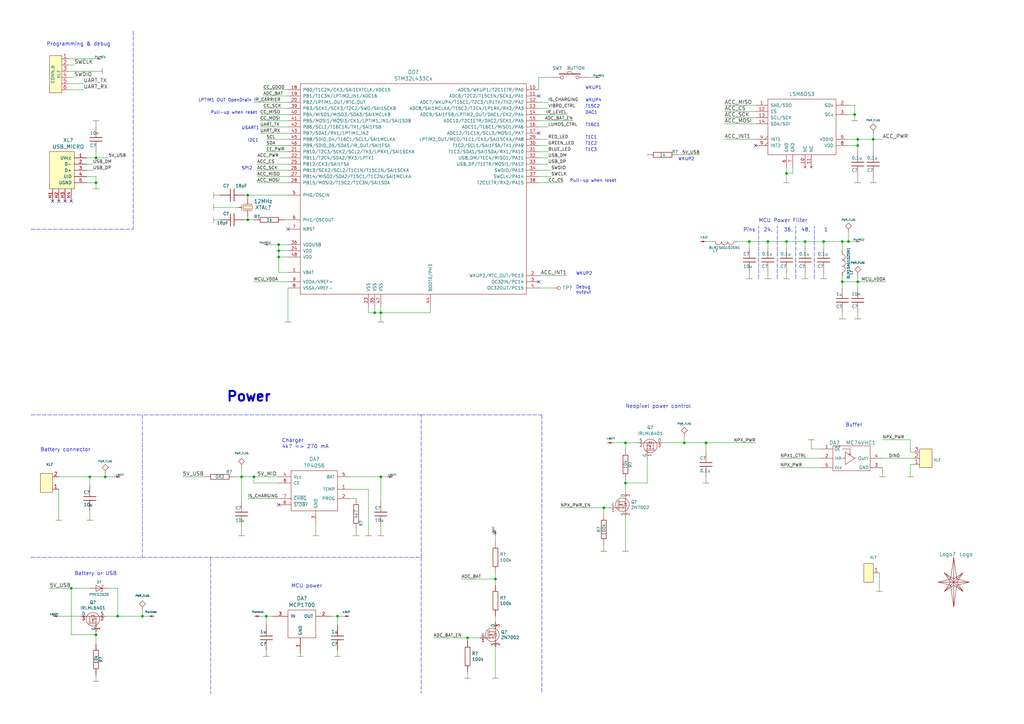
<source format=kicad_sch>
(kicad_sch (version 20210621) (generator eeschema)
  (paper "A3")
  (junction (at 351.79 57.15))
  (junction (at 314.96 99.06))
  (junction (at 307.34 99.06))
  (junction (at 337.82 99.06))
  (junction (at 48.26 252.73))
  (junction (at 345.44 99.06))
  (junction (at 347.98 99.06))
  (junction (at 153.67 128.27))
  (junction (at 351.79 115.57))
  (junction (at 156.21 128.27))
  (junction (at 109.22 252.73))
  (junction (at 156.21 195.58))
  (junction (at 256.54 198.12))
  (junction (at 99.06 195.58))
  (junction (at 39.37 74.93))
  (junction (at 322.58 99.06))
  (junction (at 58.42 252.73))
  (junction (at 203.2 237.49))
  (junction (at 36.83 195.58))
  (junction (at 191.77 261.62))
  (junction (at 104.14 195.58))
  (junction (at 280.67 181.61))
  (junction (at 114.3 105.41))
  (junction (at 39.37 260.35))
  (junction (at 289.56 181.61))
  (junction (at 351.79 59.69))
  (junction (at 350.52 46.99))
  (junction (at 101.6 80.01))
  (junction (at 29.21 241.3))
  (junction (at 256.54 181.61))
  (junction (at 247.65 208.28))
  (junction (at 358.14 57.15))
  (junction (at 39.37 64.77))
  (junction (at 101.6 90.17))
  (junction (at 345.44 115.57))
  (junction (at 114.3 100.33))
  (junction (at 330.2 99.06))
  (junction (at 138.43 252.73))
  (junction (at 322.58 71.12))
  (junction (at 43.18 195.58))
  (junction (at 114.3 102.87))
  (no_connect (at 220.98 115.57))
  (no_connect (at 118.11 93.98))
  (no_connect (at 220.98 54.61))
  (no_connect (at 114.3 207.01))
  (no_connect (at 220.98 39.37))
  (no_connect (at 309.88 59.69))
  (no_connect (at 29.21 82.55))
  (no_connect (at 21.59 82.55))
  (no_connect (at 24.13 82.55))
  (no_connect (at 26.67 82.55))
  (wire (pts (xy 35.56 64.77) (xy 39.37 64.77)))
  (wire (pts (xy 373.38 180.34) (xy 373.38 185.42)))
  (wire (pts (xy 337.82 101.6) (xy 337.82 99.06)))
  (wire (pts (xy 351.79 115.57) (xy 351.79 118.11)))
  (wire (pts (xy 330.2 99.06) (xy 337.82 99.06)))
  (wire (pts (xy 96.52 195.58) (xy 99.06 195.58)))
  (wire (pts (xy 29.21 241.3) (xy 36.83 241.3)))
  (wire (pts (xy 309.88 50.8) (xy 297.18 50.8)))
  (wire (pts (xy 320.04 187.96) (xy 336.55 187.96)))
  (wire (pts (xy 118.11 49.53) (xy 106.68 49.53)))
  (wire (pts (xy 203.2 237.49) (xy 203.2 234.95)))
  (wire (pts (xy 156.21 128.27) (xy 156.21 125.73)))
  (wire (pts (xy 243.84 31.75) (xy 241.3 31.75)))
  (wire (pts (xy 38.1 69.85) (xy 35.56 69.85)))
  (wire (pts (xy 39.37 72.39) (xy 39.37 74.93)))
  (wire (pts (xy 289.56 195.58) (xy 289.56 198.12)))
  (wire (pts (xy 106.68 252.73) (xy 109.22 252.73)))
  (wire (pts (xy 351.79 128.27) (xy 351.79 130.81)))
  (wire (pts (xy 234.95 49.53) (xy 220.98 49.53)))
  (wire (pts (xy 322.58 71.12) (xy 322.58 74.93)))
  (wire (pts (xy 44.45 241.3) (xy 48.26 241.3)))
  (wire (pts (xy 351.79 72.39) (xy 351.79 74.93)))
  (polyline (pts (xy 334.01 114.3) (xy 334.01 92.71)))
  (wire (pts (xy 101.6 88.9) (xy 101.6 90.17)))
  (wire (pts (xy 297.18 57.15) (xy 309.88 57.15)))
  (wire (pts (xy 337.82 99.06) (xy 345.44 99.06)))
  (wire (pts (xy 351.79 57.15) (xy 358.14 57.15)))
  (wire (pts (xy 224.79 44.45) (xy 220.98 44.45)))
  (polyline (pts (xy 12.7 170.18) (xy 58.42 170.18)))
  (wire (pts (xy 35.56 72.39) (xy 39.37 72.39)))
  (wire (pts (xy 156.21 219.71) (xy 156.21 215.9)))
  (wire (pts (xy 118.11 74.93) (xy 105.41 74.93)))
  (wire (pts (xy 347.98 59.69) (xy 351.79 59.69)))
  (wire (pts (xy 289.56 99.06) (xy 292.1 99.06)))
  (wire (pts (xy 271.78 181.61) (xy 280.67 181.61)))
  (wire (pts (xy 39.37 62.23) (xy 39.37 64.77)))
  (wire (pts (xy 36.83 213.36) (xy 36.83 209.55)))
  (wire (pts (xy 220.98 46.99) (xy 232.41 46.99)))
  (wire (pts (xy 110.49 100.33) (xy 114.3 100.33)))
  (wire (pts (xy 351.79 59.69) (xy 351.79 62.23)))
  (wire (pts (xy 39.37 74.93) (xy 39.37 77.47)))
  (wire (pts (xy 332.74 184.15) (xy 332.74 180.34)))
  (wire (pts (xy 24.13 200.66) (xy 24.13 213.36)))
  (wire (pts (xy 39.37 52.07) (xy 39.37 49.53)))
  (wire (pts (xy 347.98 46.99) (xy 350.52 46.99)))
  (wire (pts (xy 361.95 180.34) (xy 373.38 180.34)))
  (wire (pts (xy 58.42 252.73) (xy 60.96 252.73)))
  (wire (pts (xy 361.95 191.77) (xy 361.95 195.58)))
  (wire (pts (xy 104.14 41.91) (xy 118.11 41.91)))
  (wire (pts (xy 143.51 204.47) (xy 146.05 204.47)))
  (wire (pts (xy 99.06 195.58) (xy 99.06 205.74)))
  (wire (pts (xy 105.41 67.31) (xy 118.11 67.31)))
  (wire (pts (xy 322.58 101.6) (xy 322.58 99.06)))
  (wire (pts (xy 345.44 113.03) (xy 345.44 115.57)))
  (wire (pts (xy 325.12 68.58) (xy 325.12 71.12)))
  (polyline (pts (xy 172.72 228.6) (xy 172.72 170.18)))
  (polyline (pts (xy 12.7 228.6) (xy 172.72 228.6)))
  (polyline (pts (xy 172.72 170.18) (xy 58.42 170.18)))
  (polyline (pts (xy 58.42 170.18) (xy 58.42 228.6)))
  (wire (pts (xy 203.2 240.03) (xy 203.2 237.49)))
  (wire (pts (xy 345.44 128.27) (xy 345.44 130.81)))
  (wire (pts (xy 104.14 115.57) (xy 118.11 115.57)))
  (wire (pts (xy 27.94 29.21) (xy 41.91 29.21)))
  (wire (pts (xy 256.54 181.61) (xy 256.54 184.15)))
  (wire (pts (xy 156.21 195.58) (xy 158.75 195.58)))
  (wire (pts (xy 104.14 195.58) (xy 114.3 195.58)))
  (wire (pts (xy 196.85 261.62) (xy 191.77 261.62)))
  (wire (pts (xy 220.98 31.75) (xy 226.06 31.75)))
  (wire (pts (xy 350.52 43.18) (xy 347.98 43.18)))
  (wire (pts (xy 256.54 198.12) (xy 256.54 201.93)))
  (wire (pts (xy 256.54 196.85) (xy 256.54 198.12)))
  (wire (pts (xy 27.94 31.75) (xy 30.48 31.75)))
  (wire (pts (xy 320.04 191.77) (xy 336.55 191.77)))
  (wire (pts (xy 35.56 67.31) (xy 38.1 67.31)))
  (wire (pts (xy 358.14 57.15) (xy 358.14 62.23)))
  (wire (pts (xy 99.06 195.58) (xy 104.14 195.58)))
  (wire (pts (xy 280.67 179.07) (xy 280.67 181.61)))
  (wire (pts (xy 74.93 195.58) (xy 83.82 195.58)))
  (wire (pts (xy 153.67 128.27) (xy 156.21 128.27)))
  (wire (pts (xy 345.44 115.57) (xy 345.44 118.11)))
  (wire (pts (xy 58.42 252.73) (xy 58.42 250.19)))
  (wire (pts (xy 322.58 99.06) (xy 330.2 99.06)))
  (wire (pts (xy 250.19 208.28) (xy 247.65 208.28)))
  (wire (pts (xy 39.37 259.08) (xy 39.37 260.35)))
  (wire (pts (xy 360.68 234.95) (xy 360.68 242.57)))
  (wire (pts (xy 97.79 85.09) (xy 87.63 85.09)))
  (wire (pts (xy 278.13 63.5) (xy 287.02 63.5)))
  (wire (pts (xy 143.51 195.58) (xy 156.21 195.58)))
  (wire (pts (xy 116.84 90.17) (xy 118.11 90.17)))
  (wire (pts (xy 374.65 187.96) (xy 361.95 187.96)))
  (wire (pts (xy 220.98 69.85) (xy 226.06 69.85)))
  (wire (pts (xy -39.6748 191.9986) (xy -23.1648 191.9986)))
  (polyline (pts (xy 172.72 170.18) (xy 222.25 170.18)))
  (polyline (pts (xy 222.25 170.18) (xy 222.25 284.48)))
  (wire (pts (xy 220.98 62.23) (xy 224.79 62.23)))
  (wire (pts (xy 138.43 266.7) (xy 138.43 269.24)))
  (wire (pts (xy 153.67 125.73) (xy 153.67 128.27)))
  (wire (pts (xy 358.14 72.39) (xy 358.14 74.93)))
  (wire (pts (xy 118.11 132.08) (xy 118.11 118.11)))
  (wire (pts (xy 373.38 185.42) (xy 374.65 185.42)))
  (wire (pts (xy 90.17 90.17) (xy 87.63 90.17)))
  (wire (pts (xy 265.43 187.96) (xy 265.43 198.12)))
  (wire (pts (xy 265.43 198.12) (xy 256.54 198.12)))
  (wire (pts (xy 314.96 111.76) (xy 314.96 114.3)))
  (wire (pts (xy 105.41 69.85) (xy 118.11 69.85)))
  (wire (pts (xy 247.65 208.28) (xy 247.65 210.82)))
  (wire (pts (xy 101.6 80.01) (xy 100.33 80.01)))
  (polyline (pts (xy 86.36 228.6) (xy 86.36 284.48)))
  (wire (pts (xy 151.13 128.27) (xy 153.67 128.27)))
  (wire (pts (xy 289.56 181.61) (xy 309.88 181.61)))
  (wire (pts (xy 151.13 125.73) (xy 151.13 128.27)))
  (wire (pts (xy 138.43 252.73) (xy 140.97 252.73)))
  (wire (pts (xy 307.34 111.76) (xy 307.34 114.3)))
  (wire (pts (xy 220.98 57.15) (xy 224.79 57.15)))
  (wire (pts (xy 114.3 105.41) (xy 114.3 102.87)))
  (wire (pts (xy 109.22 62.23) (xy 118.11 62.23)))
  (wire (pts (xy 322.58 111.76) (xy 322.58 114.3)))
  (wire (pts (xy 358.14 54.61) (xy 358.14 57.15)))
  (wire (pts (xy 118.11 57.15) (xy 109.22 57.15)))
  (wire (pts (xy 39.37 260.35) (xy 39.37 264.16)))
  (wire (pts (xy 101.6 90.17) (xy 104.14 90.17)))
  (wire (pts (xy 227.33 118.11) (xy 220.98 118.11)))
  (wire (pts (xy 256.54 226.06) (xy 256.54 212.09)))
  (wire (pts (xy 151.13 200.66) (xy 151.13 219.71)))
  (wire (pts (xy 350.52 46.99) (xy 350.52 49.53)))
  (wire (pts (xy 203.2 255.27) (xy 203.2 252.73)))
  (wire (pts (xy 220.98 31.75) (xy 220.98 36.83)))
  (wire (pts (xy 345.44 115.57) (xy 351.79 115.57)))
  (wire (pts (xy 43.18 252.73) (xy 48.26 252.73)))
  (wire (pts (xy 29.21 241.3) (xy 29.21 260.35)))
  (wire (pts (xy 176.53 128.27) (xy 176.53 125.73)))
  (wire (pts (xy 43.18 194.31) (xy 43.18 195.58)))
  (wire (pts (xy 347.98 99.06) (xy 350.52 99.06)))
  (wire (pts (xy 297.18 48.26) (xy 309.88 48.26)))
  (wire (pts (xy 48.26 252.73) (xy 58.42 252.73)))
  (wire (pts (xy 30.48 26.67) (xy 27.94 26.67)))
  (wire (pts (xy 314.96 99.06) (xy 322.58 99.06)))
  (wire (pts (xy 177.8 261.62) (xy 191.77 261.62)))
  (wire (pts (xy 337.82 111.76) (xy 337.82 114.3)))
  (wire (pts (xy 27.94 24.13) (xy 39.37 24.13)))
  (wire (pts (xy -23.1648 162.7886) (xy -23.1648 166.5986)))
  (wire (pts (xy 347.98 57.15) (xy 351.79 57.15)))
  (wire (pts (xy 345.44 99.06) (xy 347.98 99.06)))
  (wire (pts (xy 138.43 252.73) (xy 138.43 256.54)))
  (wire (pts (xy 123.19 269.24) (xy 123.19 267.97)))
  (wire (pts (xy 297.18 45.72) (xy 309.88 45.72)))
  (wire (pts (xy 351.79 115.57) (xy 363.22 115.57)))
  (wire (pts (xy 325.12 71.12) (xy 322.58 71.12)))
  (wire (pts (xy 24.13 195.58) (xy 36.83 195.58)))
  (wire (pts (xy 336.55 184.15) (xy 332.74 184.15)))
  (wire (pts (xy 107.95 36.83) (xy 118.11 36.83)))
  (wire (pts (xy 203.2 265.43) (xy 203.2 278.13)))
  (wire (pts (xy 99.06 191.77) (xy 99.06 195.58)))
  (polyline (pts (xy 12.7 93.98) (xy 54.61 93.98)))
  (wire (pts (xy 297.18 43.18) (xy 309.88 43.18)))
  (wire (pts (xy 34.29 34.29) (xy 27.94 34.29)))
  (wire (pts (xy 90.17 80.01) (xy 87.63 80.01)))
  (wire (pts (xy 107.95 39.37) (xy 118.11 39.37)))
  (wire (pts (xy 373.38 190.5) (xy 374.65 190.5)))
  (wire (pts (xy 330.2 101.6) (xy 330.2 99.06)))
  (wire (pts (xy 100.33 90.17) (xy 101.6 90.17)))
  (wire (pts (xy 156.21 128.27) (xy 176.53 128.27)))
  (polyline (pts (xy 54.61 12.7) (xy 54.61 93.98)))
  (wire (pts (xy 251.46 181.61) (xy 256.54 181.61)))
  (wire (pts (xy 20.32 241.3) (xy 29.21 241.3)))
  (wire (pts (xy 231.14 74.93) (xy 220.98 74.93)))
  (wire (pts (xy 220.98 67.31) (xy 224.79 67.31)))
  (wire (pts (xy 48.26 241.3) (xy 48.26 252.73)))
  (wire (pts (xy 114.3 198.12) (xy 104.14 198.12)))
  (wire (pts (xy 358.14 57.15) (xy 361.95 57.15)))
  (wire (pts (xy 114.3 100.33) (xy 118.11 100.33)))
  (wire (pts (xy 129.54 214.63) (xy 129.54 219.71)))
  (wire (pts (xy 289.56 185.42) (xy 289.56 181.61)))
  (wire (pts (xy 29.21 260.35) (xy 39.37 260.35)))
  (wire (pts (xy 43.18 195.58) (xy 46.99 195.58)))
  (wire (pts (xy 114.3 102.87) (xy 114.3 100.33)))
  (wire (pts (xy 101.6 80.01) (xy 101.6 81.28)))
  (wire (pts (xy 33.02 252.73) (xy 24.13 252.73)))
  (wire (pts (xy 156.21 205.74) (xy 156.21 195.58)))
  (wire (pts (xy 27.94 36.83) (xy 34.29 36.83)))
  (wire (pts (xy 109.22 59.69) (xy 118.11 59.69)))
  (wire (pts (xy 36.83 199.39) (xy 36.83 195.58)))
  (wire (pts (xy 118.11 102.87) (xy 114.3 102.87)))
  (wire (pts (xy 189.23 237.49) (xy 203.2 237.49)))
  (wire (pts (xy 351.79 57.15) (xy 351.79 59.69)))
  (wire (pts (xy 280.67 181.61) (xy 289.56 181.61)))
  (wire (pts (xy 101.6 204.47) (xy 114.3 204.47)))
  (wire (pts (xy -33.3248 150.0886) (xy -23.1648 150.0886)))
  (wire (pts (xy 373.38 190.5) (xy 373.38 195.58)))
  (wire (pts (xy 191.77 261.62) (xy 191.77 262.89)))
  (wire (pts (xy 191.77 275.59) (xy 191.77 278.13)))
  (wire (pts (xy 224.79 52.07) (xy 220.98 52.07)))
  (polyline (pts (xy 172.72 228.6) (xy 172.72 284.48)))
  (wire (pts (xy 106.68 52.07) (xy 118.11 52.07)))
  (wire (pts (xy 232.41 113.03) (xy 220.98 113.03)))
  (wire (pts (xy 350.52 43.18) (xy 350.52 46.99)))
  (wire (pts (xy 135.89 252.73) (xy 138.43 252.73)))
  (wire (pts (xy 307.34 99.06) (xy 314.96 99.06)))
  (wire (pts (xy 151.13 200.66) (xy 143.51 200.66)))
  (wire (pts (xy 118.11 64.77) (xy 114.3 64.77)))
  (wire (pts (xy 345.44 102.87) (xy 345.44 99.06)))
  (wire (pts (xy 247.65 226.06) (xy 247.65 223.52)))
  (wire (pts (xy 146.05 219.71) (xy 146.05 217.17)))
  (wire (pts (xy 105.41 72.39) (xy 118.11 72.39)))
  (wire (pts (xy 302.26 99.06) (xy 307.34 99.06)))
  (wire (pts (xy 106.68 46.99) (xy 118.11 46.99)))
  (wire (pts (xy 156.21 132.08) (xy 156.21 128.27)))
  (wire (pts (xy 347.98 99.06) (xy 347.98 95.25)))
  (wire (pts (xy 307.34 101.6) (xy 307.34 99.06)))
  (wire (pts (xy 114.3 111.76) (xy 114.3 105.41)))
  (polyline (pts (xy 311.15 114.3) (xy 311.15 92.71)))
  (wire (pts (xy 330.2 111.76) (xy 330.2 114.3)))
  (wire (pts (xy 118.11 111.76) (xy 114.3 111.76)))
  (wire (pts (xy 39.37 74.93) (xy 35.56 74.93)))
  (wire (pts (xy 224.79 59.69) (xy 220.98 59.69)))
  (wire (pts (xy 203.2 219.71) (xy 203.2 222.25)))
  (wire (pts (xy 118.11 54.61) (xy 106.68 54.61)))
  (wire (pts (xy 224.79 64.77) (xy 220.98 64.77)))
  (wire (pts (xy 36.83 195.58) (xy 43.18 195.58)))
  (wire (pts (xy 220.98 72.39) (xy 226.06 72.39)))
  (wire (pts (xy 39.37 276.86) (xy 39.37 279.4)))
  (wire (pts (xy 109.22 252.73) (xy 109.22 256.54)))
  (wire (pts (xy 351.79 113.03) (xy 351.79 115.57)))
  (wire (pts (xy 322.58 68.58) (xy 322.58 71.12)))
  (wire (pts (xy 314.96 101.6) (xy 314.96 99.06)))
  (wire (pts (xy 256.54 181.61) (xy 261.62 181.61)))
  (wire (pts (xy 104.14 198.12) (xy 104.14 195.58)))
  (wire (pts (xy 39.37 64.77) (xy 44.45 64.77)))
  (wire (pts (xy 101.6 80.01) (xy 118.11 80.01)))
  (polyline (pts (xy 318.77 114.3) (xy 318.77 92.71)))
  (wire (pts (xy 118.11 44.45) (xy 107.95 44.45)))
  (wire (pts (xy 109.22 266.7) (xy 109.22 269.24)))
  (wire (pts (xy -23.1648 191.9986) (xy -23.1648 176.7586)))
  (polyline (pts (xy 326.39 114.3) (xy 326.39 92.71)))
  (wire (pts (xy 229.87 208.28) (xy 247.65 208.28)))
  (wire (pts (xy 118.11 105.41) (xy 114.3 105.41)))
  (wire (pts (xy 224.79 41.91) (xy 220.98 41.91)))
  (wire (pts (xy 99.06 219.71) (xy 99.06 215.9)))
  (wire (pts (xy 109.22 252.73) (xy 111.76 252.73)))
  (text "Pull-up when reset" (at 233.68 74.93 0) (effects (font (size 1.27 1.27)) (justify left bottom)))
  (text "WKUP4" (at 240.03 41.91 0) (effects (font (size 1.27 1.27)) (justify left bottom)))
  (text "Pins   24,    36,   48,     1" (at 304.8 95.25 0) (effects (font (size 1.524 1.524)) (justify left bottom)))
  (text "SPI2" (at 99.06 69.85 0) (effects (font (size 1.27 1.27)) (justify left bottom)))
  (text "Charger\n4k7 => 270 mA" (at 115.57 184.15 0) (effects (font (size 1.524 1.524)) (justify left bottom)))
  (text "Debug \noutput" (at 236.22 120.65 0) (effects (font (size 1.27 1.27)) (justify left bottom)))
  (text "T1C3" (at 240.03 62.23 0) (effects (font (size 1.27 1.27)) (justify left bottom)))
  (text "I2C1" (at 101.6 58.42 0) (effects (font (size 1.27 1.27)) (justify left bottom)))
  (text "Programming & debug" (at 19.05 19.05 0) (effects (font (size 1.524 1.524)) (justify left bottom)))
  (text "WKUP1" (at 240.03 36.83 0) (effects (font (size 1.27 1.27)) (justify left bottom)))
  (text "Battery or USB" (at 30.48 236.22 0) (effects (font (size 1.524 1.524)) (justify left bottom)))
  (text "Buffer" (at 346.71 175.26 0) (effects (font (size 1.524 1.524)) (justify left bottom)))
  (text "T15C2" (at 240.03 44.45 0) (effects (font (size 1.27 1.27)) (justify left bottom)))
  (text "Pull-up when reset" (at 86.36 46.99 0) (effects (font (size 1.27 1.27)) (justify left bottom)))
  (text "Power" (at 92.71 165.1 0) (effects (font (size 3.9878 3.9878) (thickness 0.7976) bold) (justify left bottom)))
  (text "T1C2" (at 240.03 59.69 0) (effects (font (size 1.27 1.27)) (justify left bottom)))
  (text "MCU Power Filter" (at 311.15 91.44 0) (effects (font (size 1.524 1.524)) (justify left bottom)))
  (text "WKUP2" (at 236.22 113.03 0) (effects (font (size 1.27 1.27)) (justify left bottom)))
  (text "T1C1" (at 240.03 57.15 0) (effects (font (size 1.27 1.27)) (justify left bottom)))
  (text "Battery connector" (at 16.51 185.42 0) (effects (font (size 1.524 1.524)) (justify left bottom)))
  (text "WKUP2" (at 278.13 66.04 0) (effects (font (size 1.27 1.27)) (justify left bottom)))
  (text "LPTIM1 OUT OpenDrain" (at 81.28 41.91 0) (effects (font (size 1.27 1.27)) (justify left bottom)))
  (text "DAC1" (at 240.03 46.99 0) (effects (font (size 1.27 1.27)) (justify left bottom)))
  (text "T16C1" (at 240.03 52.07 0) (effects (font (size 1.27 1.27)) (justify left bottom)))
  (text "USART1" (at 99.06 53.34 0) (effects (font (size 1.27 1.27)) (justify left bottom)))
  (text "Neopixel power control" (at 256.54 167.64 0) (effects (font (size 1.524 1.524)) (justify left bottom)))
  (text "MCU power" (at 119.38 241.3 0) (effects (font (size 1.524 1.524)) (justify left bottom)))
  (label "ACC_MISO" (at 105.41 72.39 0))
  (label "ADC_BAT" (at 189.23 237.49 0))
  (label "ADC_BAT_EN" (at 177.8 261.62 0))
  (label "MCU_VDDA" (at 104.14 115.57 0))
  (label "NPX1_CTRL" (at 320.04 187.96 0))
  (label "USB_DM" (at 38.1 67.31 0))
  (label "UART_TX" (at 106.68 52.07 0))
  (label "VIBRO_CTRL" (at 224.79 44.45 0))
  (label "IS_CHARGING" (at 224.79 41.91 0))
  (label "SDA" (at 109.22 59.69 0))
  (label "ACC_CS" (at 105.41 67.31 0))
  (label "USB_DP" (at 38.1 69.85 0))
  (label "IS_CHARGING" (at -39.6748 191.9986 0))
  (label "USB_DP" (at 224.79 67.31 0))
  (label "ADC_BAT" (at 107.95 39.37 0))
  (label "ACC_INT1" (at 297.18 57.15 0) (effects (font (size 1.524 1.524))))
  (label "UART_RX" (at 34.29 36.83 0) (effects (font (size 1.524 1.524))))
  (label "LUMOS_CTRL" (at 224.79 52.07 0))
  (label "CC_GDO0" (at 107.95 36.83 0))
  (label "DIN0" (at 364.49 187.96 0))
  (label "5V_USB" (at -33.3248 150.0886 0) (effects (font (size 1.524 1.524))))
  (label "ACC_MOSI" (at 105.41 74.93 0))
  (label "ADC_BAT_EN" (at 234.95 49.53 180))
  (label "CC_MISO" (at 106.68 46.99 0))
  (label "NPX_PWR" (at 320.04 191.77 0))
  (label "USB_DM" (at 224.79 64.77 0))
  (label "IR_CARRIER" (at 104.14 41.91 0))
  (label "SWDIO" (at 226.06 69.85 0))
  (label "GREEN_LED" (at 224.79 59.69 0))
  (label "5V_MID" (at 105.41 195.58 0) (effects (font (size 1.524 1.524))))
  (label "SWCLK" (at 30.48 26.67 0) (effects (font (size 1.524 1.524))))
  (label "SWDIO" (at 30.48 31.75 0) (effects (font (size 1.524 1.524))))
  (label "BLUE_LED" (at 224.79 62.23 0))
  (label "IS_CHARGING" (at 101.6 204.47 0))
  (label "5V_USB" (at 20.32 241.3 0) (effects (font (size 1.524 1.524))))
  (label "NPX_PWR" (at 309.88 181.61 180))
  (label "NPX_PWR_EN" (at 229.87 208.28 0))
  (label "ACC_PWR" (at 114.3 64.77 180))
  (label "5V_USB" (at 74.93 195.58 0) (effects (font (size 1.524 1.524))))
  (label "CC_MOSI" (at 106.68 49.53 0))
  (label "ACC_MISO" (at 297.18 43.18 0) (effects (font (size 1.524 1.524))))
  (label "ACC_PWR" (at 361.95 57.15 0) (effects (font (size 1.524 1.524))))
  (label "SWCLK" (at 226.06 72.39 0))
  (label "CC_SCK" (at 107.95 44.45 0))
  (label "CC_CS" (at 231.14 74.93 180))
  (label "RED_LED" (at 224.79 57.15 0))
  (label "UART_RX" (at 106.68 54.61 0))
  (label "IR_LEVEL" (at 232.41 46.99 180))
  (label "ACC_INT1" (at 232.41 113.03 180) (effects (font (size 1.524 1.524))))
  (label "ACC_SCK" (at 297.18 48.26 0) (effects (font (size 1.524 1.524))))
  (label "ACC_CS" (at 297.18 45.72 0) (effects (font (size 1.524 1.524))))
  (label "ACC_SCK" (at 105.41 69.85 0))
  (label "EE_PWR" (at 109.22 62.23 0))
  (label "SCL" (at 109.22 57.15 0))
  (label "MCU_VDDA" (at 363.22 115.57 180))
  (label "5V_USB" (at 287.02 63.5 180))
  (label "UART_TX" (at 34.29 34.29 0) (effects (font (size 1.524 1.524))))
  (label "ACC_MOSI" (at 297.18 50.8 0) (effects (font (size 1.524 1.524))))
  (label "5V_USB" (at 44.45 64.77 0))
  (label "NPX_PWR" (at 361.95 180.34 0))
  (symbol (lib_id "power:+BATT") (at 24.13 252.73 0) (mirror y) (unit 1)
    (property "Reference" "#PWR?" (effects hide))
    (property "Value" "+BATT" (at 22.098 251.968 0) (effects (font (size 0.762 0.762))))
  )
  (symbol (lib_id "power:GND") (at 39.37 49.53 0) (unit 1)
    (property "Reference" "#PWR?" (effects hide))
    (property "Value" "GND" (effects hide))
  )
  (symbol (lib_id "power:GND") (at 203.2 278.13 0) (unit 1)
    (property "Reference" "#PWR?" (effects hide))
    (property "Value" "GND" (effects hide))
  )
  (symbol (lib_id "Tittar_kl:C") (at 351.79 123.19 0) (unit 1)
    (property "Reference" "C?" (at 349.25 125.73 0) (effects (justify left)))
    (property "Value" "10n" (at 349.25 120.65 0) (effects (justify left)))
    (property "Footprint" "Capacitors:CAP_0603" (effects hide))
  )
  (symbol (lib_id "Tittar_kl:R") (at -23.1648 156.4386 180) (unit 1)
    (property "Reference" "R?" (at -20.6248 156.4386 0))
    (property "Value" "1k" (at -23.1648 156.4386 90))
    (property "Footprint" "Resistors:RES_0603" (effects hide))
    (property "Price" "0.5" (effects hide))
    (property "SolderPoints" "2" (effects hide))
  )
  (symbol (lib_id "Tittar_kl:R") (at 203.2 228.6 0) (unit 1)
    (property "Reference" "R?" (at 204.9526 227.4316 0) (effects (justify left)))
    (property "Value" "100k" (at 204.9526 229.743 0) (effects (justify left)))
    (property "Footprint" "Resistors:RES_0603" (effects hide))
    (property "Price" "0.5" (effects hide))
    (property "SolderPoints" "2" (effects hide))
  )
  (symbol (lib_id "Connectors_kl:CONN_3") (at 379.73 187.96 180) (unit 1)
    (property "Reference" "XL?" (at 382.9558 188.6712 0) (effects (font (size 1.016 1.016)) (justify right)))
    (property "Value" "CONN_3" (effects hide))
    (property "Footprint" "Connectors:WB-03(MW-3M)" (effects hide))
    (property "Price" "1" (effects hide))
    (property "SolderPoints" "3" (effects hide))
  )
  (symbol (lib_id "Tittar_kl:R") (at 191.77 269.24 0) (unit 1)
    (property "Reference" "R?" (at 193.5226 268.0716 0) (effects (justify left)))
    (property "Value" "100k" (at 193.5226 270.383 0) (effects (justify left)))
    (property "Footprint" "Resistors:RES_0603" (effects hide))
    (property "Price" "0.5" (effects hide))
    (property "SolderPoints" "2" (effects hide))
  )
  (symbol (lib_id "Transistors_kl:P_3PIN") (at 266.7 182.88 0) (unit 1)
    (property "Reference" "Q?" (at 266.7 175.26 0))
    (property "Value" "IRLML6401" (at 266.7 177.8 0))
    (property "Footprint" "SOT:SOT23-3" (effects hide))
    (property "SolderPoints" "3" (effects hide))
  )
  (symbol (lib_id "power:GND") (at 87.63 85.09 270) (unit 1)
    (property "Reference" "#PWR?" (effects hide))
    (property "Value" "GND" (effects hide))
  )
  (symbol (lib_id "power:+BATT") (at 251.46 181.61 0) (mirror y) (unit 1)
    (property "Reference" "#PWR?" (effects hide))
    (property "Value" "+BATT" (at 250.4694 179.8828 0) (effects (font (size 0.762 0.762))))
  )
  (symbol (lib_id "power:GND") (at 350.52 49.53 0) (unit 1)
    (property "Reference" "#PWR?" (effects hide))
    (property "Value" "GND" (effects hide))
  )
  (symbol (lib_id "power:GND") (at 191.77 278.13 0) (unit 1)
    (property "Reference" "#PWR?" (effects hide))
    (property "Value" "GND" (effects hide))
  )
  (symbol (lib_id "Tittar_kl:L") (at 345.44 107.95 0) (mirror y) (unit 1)
    (property "Reference" "L?" (at 349.25 111.76 90) (effects (font (size 1.016 1.016))))
    (property "Value" "BLM15AG102SN1" (at 347.98 107.95 90) (effects (font (size 1.016 1.016))))
    (property "Footprint" "Inductors:IND_0402" (effects hide))
  )
  (symbol (lib_id "st_kl:STM32L433Cx") (at 168.91 68.58 0) (unit 1)
    (property "Reference" "DD?" (at 169.545 29.5402 0) (effects (font (size 1.524 1.524))))
    (property "Value" "STM32L433Cx" (at 169.545 32.2326 0) (effects (font (size 1.524 1.524))))
    (property "Footprint" "LQFP_TQFP:LQFP48" (effects hide))
    (property "SolderPoints" "48" (effects hide))
    (property "Price" "290" (effects hide))
    (property "PN" "STM32L433CCT6" (effects hide))
  )
  (symbol (lib_id "power:GND") (at 373.38 195.58 0) (unit 1)
    (property "Reference" "#PWR?" (effects hide))
    (property "Value" "GND" (effects hide))
  )
  (symbol (lib_id "power:GND") (at 351.79 130.81 0) (unit 1)
    (property "Reference" "#PWR?" (effects hide))
    (property "Value" "GND" (effects hide))
  )
  (symbol (lib_id "power:GND") (at 123.19 269.24 0) (unit 1)
    (property "Reference" "#PWR?" (effects hide))
    (property "Value" "GND" (effects hide))
  )
  (symbol (lib_id "power:GND") (at 289.56 198.12 0) (unit 1)
    (property "Reference" "#PWR?" (effects hide))
    (property "Value" "GND" (effects hide))
  )
  (symbol (lib_id "power:PwrMCU") (at 110.49 100.33 0) (mirror y) (unit 1)
    (property "Reference" "#PWR?" (effects hide))
    (property "Value" "PwrMCU" (at 108.712 99.568 0) (effects (font (size 0.762 0.762))))
  )
  (symbol (lib_id "Tittar_kl:R") (at 256.54 190.5 0) (unit 1)
    (property "Reference" "R?" (at 258.572 190.5 90))
    (property "Value" "10k" (at 256.54 190.5 90))
    (property "Footprint" "Resistors:RES_0603" (effects hide))
  )
  (symbol (lib_id "power:GND") (at 109.22 269.24 0) (unit 1)
    (property "Reference" "#PWR?" (effects hide))
    (property "Value" "GND" (effects hide))
  )
  (symbol (lib_id "power:PwrMCU") (at 243.84 31.75 0) (unit 1)
    (property "Reference" "#PWR?" (effects hide))
    (property "Value" "PwrMCU" (at 245.618 30.988 0) (effects (font (size 0.762 0.762))))
  )
  (symbol (lib_id "power:PWR_FLAG") (at 58.42 250.19 0) (unit 1)
    (property "Reference" "#FLG?" (effects hide))
    (property "Value" "PWR_FLAG" (at 58.42 244.348 0) (effects (font (size 0.762 0.762))))
  )
  (symbol (lib_id "Connectors_kl:CONN_2") (at 19.05 198.12 180) (unit 1)
    (property "Reference" "XL?" (at 20.32 190.5 0) (effects (font (size 1.016 1.016))))
    (property "Value" "CONN_2" (effects hide))
    (property "Footprint" "Connectors:WB-02R(MW-2MR)" (effects hide))
  )
  (symbol (lib_id "Transistors_kl:P_3PIN") (at 38.1 254 0) (mirror y) (unit 1)
    (property "Reference" "Q?" (at 38.1 247.015 0))
    (property "Value" "IRLML6401" (at 38.1 249.3264 0))
    (property "Footprint" "SOT:SOT23-3" (effects hide))
    (property "SolderPoints" "3" (effects hide))
    (property "Price" "5" (effects hide))
  )
  (symbol (lib_id "power:GND") (at 151.13 219.71 0) (unit 1)
    (property "Reference" "#PWR?" (effects hide))
    (property "Value" "GND" (effects hide))
  )
  (symbol (lib_id "Sensors:LSM6DS3") (at 328.93 52.07 0) (unit 1)
    (property "Reference" "DD?" (effects hide))
    (property "Value" "LSM6DS3" (at 328.93 38.5826 0) (effects (font (size 1.524 1.524))))
    (property "Footprint" "LGA:14_3x2d5_p0d5" (effects hide))
    (property "SolderPoints" "14" (effects hide))
    (property "Price" "124" (effects hide))
  )
  (symbol (lib_id "Tittar_kl:C") (at 358.14 67.31 0) (unit 1)
    (property "Reference" "C?" (at 355.6 69.85 0) (effects (justify left)))
    (property "Value" "0.1u" (at 355.6 64.77 0) (effects (justify left)))
    (property "Footprint" "Capacitors:CAP_0603" (effects hide))
    (property "SolderPoints" "2" (effects hide))
    (property "Price" "0.5" (effects hide))
  )
  (symbol (lib_id "power:GND") (at 156.21 132.08 0) (unit 1)
    (property "Reference" "#PWR?" (effects hide))
    (property "Value" "GND" (effects hide))
  )
  (symbol (lib_id "Tittar_kl:C") (at 322.58 106.68 0) (unit 1)
    (property "Reference" "C?" (at 320.04 109.22 0) (effects (justify left)))
    (property "Value" "0.1u" (at 320.04 104.14 0) (effects (justify left)))
    (property "Footprint" "Capacitors:CAP_0603" (effects hide))
  )
  (symbol (lib_id "power:GND") (at 87.63 90.17 270) (unit 1)
    (property "Reference" "#PWR?" (effects hide))
    (property "Value" "GND" (effects hide))
  )
  (symbol (lib_id "Tittar_kl:CRYSTAL_H") (at 101.6 85.09 270) (unit 1)
    (property "Reference" "XTAL?" (at 107.95 85.09 90) (effects (font (size 1.524 1.524))))
    (property "Value" "12MHz" (at 107.95 82.55 90) (effects (font (size 1.524 1.524))))
    (property "Footprint" "Quartz:03225C4" (effects hide))
    (property "Price" "15" (effects hide))
    (property "SolderPoints" "4" (effects hide))
  )
  (symbol (lib_id "power:GND") (at 361.95 195.58 0) (unit 1)
    (property "Reference" "#PWR?" (effects hide))
    (property "Value" "GND" (effects hide))
  )
  (symbol (lib_id "Tittar_kl:C") (at 156.21 210.82 0) (mirror x) (unit 1)
    (property "Reference" "C?" (at 153.67 208.28 0) (effects (justify left)))
    (property "Value" "10u" (at 153.67 213.36 0) (effects (justify left)))
    (property "Footprint" "Capacitors:CAP_0603" (effects hide))
    (property "Price" "2.5" (effects hide))
    (property "SolderPoints" "2" (effects hide))
    (property "PN" "CL10A106MQ8NNNC" (effects hide))
    (property "URL" "https://www.terraelectronica.ru/catalog.php?ID=1155&search=cl10a106mq8nnnc" (effects hide))
  )
  (symbol (lib_id "power:+3v3") (at 289.56 99.06 0) (mirror y) (unit 1)
    (property "Reference" "#PWR?" (effects hide))
    (property "Value" "+3v3" (at 288.6202 97.3328 0) (effects (font (size 0.762 0.762))))
  )
  (symbol (lib_id "power:GND") (at 138.43 269.24 0) (unit 1)
    (property "Reference" "#PWR?" (effects hide))
    (property "Value" "GND" (effects hide))
  )
  (symbol (lib_id "power:GND") (at 358.14 74.93 0) (unit 1)
    (property "Reference" "#PWR?" (effects hide))
    (property "Value" "GND" (effects hide))
  )
  (symbol (lib_id "Tittar_kl:C") (at 99.06 210.82 0) (mirror x) (unit 1)
    (property "Reference" "C?" (at 96.52 208.28 0) (effects (justify left)))
    (property "Value" "10u" (at 96.52 213.36 0) (effects (justify left)))
    (property "Footprint" "Capacitors:CAP_0603" (effects hide))
    (property "Price" "2.5" (effects hide))
    (property "SolderPoints" "2" (effects hide))
    (property "PN" "CL10A106MQ8NNNC" (effects hide))
    (property "URL" "https://www.terraelectronica.ru/catalog.php?ID=1155&search=cl10a106mq8nnnc" (effects hide))
  )
  (symbol (lib_id "power:GND") (at 146.05 219.71 0) (unit 1)
    (property "Reference" "#PWR?" (effects hide))
    (property "Value" "GND" (effects hide))
  )
  (symbol (lib_id "Switches:BUTTON") (at 233.68 31.75 0) (unit 1)
    (property "Reference" "SW?" (at 228.6 27.94 0))
    (property "Value" "BUTTON" (at 236.22 27.94 0))
    (property "Footprint" "BtnsSwitches:BTN_4x4_SMD" (effects hide))
  )
  (symbol (lib_id "Tittar_kl:C") (at 337.82 106.68 0) (unit 1)
    (property "Reference" "C?" (at 335.28 109.22 0) (effects (justify left)))
    (property "Value" "0.1u" (at 335.28 104.14 0) (effects (justify left)))
    (property "Footprint" "Capacitors:CAP_0603" (effects hide))
  )
  (symbol (lib_id "Connectors_kl:CONN_6") (at 22.86 30.48 0) (mirror y) (unit 1)
    (property "Reference" "XL?" (at 24.13 30.48 90))
    (property "Value" "CONN_6" (at 21.59 30.48 90))
    (property "Footprint" "Connectors:PLS-6-NoHole" (effects hide))
    (property "SolderPointsDIP" "6" (effects hide))
  )
  (symbol (lib_id "Tittar_kl:D_Shottky") (at 40.64 241.3 0) (unit 1)
    (property "Reference" "D?" (at 40.64 238.76 0) (effects (font (size 1.016 1.016))))
    (property "Value" "PMEG2020" (at 40.64 243.84 0) (effects (font (size 1.016 1.016))))
    (property "Footprint" "Diodes:SOD323" (effects hide))
    (property "SolderPoints" "2" (effects hide))
    (property "Price" "2" (effects hide))
    (property "PN" "NSR0320MW2T1G " (effects hide))
    (property "URL" "https://www.terraelectronica.ru/product/323723" (effects hide))
  )
  (symbol (lib_id "Connectors_kl:CONN_1") (at 355.6 234.95 0) (mirror y) (unit 1)
    (property "Reference" "XL?" (at 358.14 228.6 0) (effects (font (size 1.016 1.016))))
    (property "Value" "CONN_1" (effects hide))
    (property "Footprint" "Connectors:PLS-1Square" (effects hide))
  )
  (symbol (lib_id "power:GND") (at 36.83 213.36 0) (unit 1)
    (property "Reference" "#PWR?" (effects hide))
    (property "Value" "GND" (effects hide))
  )
  (symbol (lib_id "Tittar_kl:C") (at 95.25 80.01 270) (unit 1)
    (property "Reference" "C?" (at 91.44 76.2 90) (effects (justify left)))
    (property "Value" "18pF" (at 96.52 76.2 90) (effects (justify left)))
    (property "Footprint" "Capacitors:CAP_0603" (effects hide))
    (property "Price" "0.5" (effects hide))
    (property "SolderPoints" "2" (effects hide))
  )
  (symbol (lib_id "power:GND") (at 41.91 29.21 270) (unit 1)
    (property "Reference" "#PWR?" (effects hide))
    (property "Value" "GND" (effects hide))
  )
  (symbol (lib_id "Tittar_kl:C") (at 351.79 67.31 0) (unit 1)
    (property "Reference" "C?" (at 349.25 69.85 0) (effects (justify left)))
    (property "Value" "0.1u" (at 349.25 64.77 0) (effects (justify left)))
    (property "Footprint" "Capacitors:CAP_0603" (effects hide))
    (property "SolderPoints" "2" (effects hide))
    (property "Price" "0.5" (effects hide))
  )
  (symbol (lib_id "Tittar_kl:C") (at 95.25 90.17 270) (unit 1)
    (property "Reference" "C?" (at 91.44 87.63 90) (effects (justify left)))
    (property "Value" "18pF" (at 88.9 91.44 90) (effects (justify left)))
    (property "Footprint" "Capacitors:CAP_0603" (effects hide))
    (property "Price" "0.5" (effects hide))
    (property "SolderPoints" "2" (effects hide))
  )
  (symbol (lib_id "power:GND") (at 129.54 219.71 0) (unit 1)
    (property "Reference" "#PWR?" (effects hide))
    (property "Value" "GND" (effects hide))
  )
  (symbol (lib_id "Tittar_kl:R") (at 247.65 217.17 180) (unit 1)
    (property "Reference" "R?" (at 245.618 217.17 90))
    (property "Value" "100k" (at 247.65 217.17 90))
    (property "Footprint" "Resistors:RES_0603" (effects hide))
  )
  (symbol (lib_id "power:GND") (at 24.13 213.36 0) (unit 1)
    (property "Reference" "#PWR?" (effects hide))
    (property "Value" "GND" (effects hide))
  )
  (symbol (lib_id "power:GND") (at 360.68 242.57 0) (unit 1)
    (property "Reference" "#PWR?" (effects hide))
    (property "Value" "GND" (effects hide))
  )
  (symbol (lib_id "Connectors_kl:USB_MINI_B") (at 30.48 69.85 0) (unit 1)
    (property "Reference" "XL?" (at 27.9654 57.4802 0) (effects (font (size 1.524 1.524))))
    (property "Value" "USB_MICRO" (at 27.9654 60.1726 0) (effects (font (size 1.524 1.524))))
    (property "Footprint" "Connectors:USBmicro_MOLEX_1050170001" (effects hide))
    (property "PN" "105017-0001" (effects hide))
    (property "SolderPoints" "9" (effects hide))
    (property "Price" "40" (effects hide))
    (property "URL" "https://www.terraelectronica.ru/product/556367" (effects hide))
  )
  (symbol (lib_id "power:+3v3") (at 140.97 252.73 0) (unit 1)
    (property "Reference" "#PWR?" (effects hide))
    (property "Value" "+3v3" (at 141.9098 251.0028 0) (effects (font (size 0.762 0.762))))
  )
  (symbol (lib_id "power:PWR_FLAG") (at 43.18 194.31 0) (unit 1)
    (property "Reference" "#FLG?" (effects hide))
    (property "Value" "PWR_FLAG" (at 43.18 189.23 0) (effects (font (size 0.762 0.762))))
  )
  (symbol (lib_id "power:GND") (at 39.37 279.4 0) (unit 1)
    (property "Reference" "#PWR?" (effects hide))
    (property "Value" "GND" (effects hide))
  )
  (symbol (lib_id "Tittar_kl:C") (at 330.2 106.68 0) (unit 1)
    (property "Reference" "C?" (at 327.66 109.22 0) (effects (justify left)))
    (property "Value" "0.1u" (at 327.66 104.14 0) (effects (justify left)))
    (property "Footprint" "Capacitors:CAP_0603" (effects hide))
  )
  (symbol (lib_id "power:GND") (at 256.54 226.06 0) (unit 1)
    (property "Reference" "#PWR?" (effects hide))
    (property "Value" "GND" (effects hide))
  )
  (symbol (lib_id "power:GND") (at 330.2 114.3 0) (unit 1)
    (property "Reference" "#PWR?" (effects hide))
    (property "Value" "GND" (effects hide))
  )
  (symbol (lib_id "power:PWR_FLAG") (at 351.79 113.03 0) (unit 1)
    (property "Reference" "#FLG?" (effects hide))
    (property "Value" "PWR_FLAG" (at 351.79 107.7468 0) (effects (font (size 0.762 0.762))))
  )
  (symbol (lib_id "power:GND") (at 332.74 180.34 0) (unit 1)
    (property "Reference" "#PWR?" (effects hide))
    (property "Value" "GND" (effects hide))
  )
  (symbol (lib_id "power:GND") (at 247.65 226.06 0) (unit 1)
    (property "Reference" "#PWR?" (effects hide))
    (property "Value" "GND" (effects hide))
  )
  (symbol (lib_id "power:PWR_FLAG") (at 347.98 95.25 0) (unit 1)
    (property "Reference" "#FLG?" (effects hide))
    (property "Value" "PWR_FLAG" (at 347.98 90.17 0) (effects (font (size 0.762 0.762))))
  )
  (symbol (lib_id "Tittar_kl:R") (at 271.78 63.5 90) (unit 1)
    (property "Reference" "R?" (at 276.86 62.23 90))
    (property "Value" "1k" (at 271.78 63.5 90))
    (property "Footprint" "Resistors:RES_0603" (effects hide))
    (property "Price" "0.5" (effects hide))
    (property "SolderPoints" "2" (effects hide))
  )
  (symbol (lib_id "power:GND") (at 99.06 219.71 0) (unit 1)
    (property "Reference" "#PWR?" (effects hide))
    (property "Value" "GND" (effects hide))
  )
  (symbol (lib_id "power:GND") (at 314.96 114.3 0) (unit 1)
    (property "Reference" "#PWR?" (effects hide))
    (property "Value" "GND" (effects hide))
  )
  (symbol (lib_id "power:GND") (at 307.34 114.3 0) (unit 1)
    (property "Reference" "#PWR?" (effects hide))
    (property "Value" "GND" (effects hide))
  )
  (symbol (lib_id "pcb_details:TESTPOINT") (at 227.33 118.11 0) (mirror y) (unit 1)
    (property "Reference" "TP?" (at 230.5812 118.11 0) (effects (font (size 1.524 1.524)) (justify right)))
    (property "Value" "TESTPOINT" (effects hide))
    (property "Footprint" "PCB:TESTPOINT_1MM" (effects hide))
    (property "Price" "0" (effects hide))
    (property "SolderPoints" "0" (effects hide))
  )
  (symbol (lib_id "Tittar_kl:C") (at 36.83 204.47 0) (mirror x) (unit 1)
    (property "Reference" "C?" (at 34.29 201.93 0) (effects (justify left)))
    (property "Value" "10u" (at 34.29 207.01 0) (effects (justify left)))
    (property "Footprint" "Capacitors:CAP_0603" (effects hide))
    (property "Price" "2.5" (effects hide))
    (property "SolderPoints" "2" (effects hide))
    (property "PN" "CL10A106MQ8NNNC" (effects hide))
    (property "URL" "https://www.terraelectronica.ru/catalog.php?ID=1155&search=cl10a106mq8nnnc" (effects hide))
  )
  (symbol (lib_id "Tittar_kl:C") (at 314.96 106.68 0) (unit 1)
    (property "Reference" "C?" (at 312.42 109.22 0) (effects (justify left)))
    (property "Value" "0.1u" (at 312.42 104.14 0) (effects (justify left)))
    (property "Footprint" "Capacitors:CAP_0603" (effects hide))
  )
  (symbol (lib_id "Tittar_kl:R") (at 146.05 210.82 0) (unit 1)
    (property "Reference" "R?" (at 148.082 214.63 90))
    (property "Value" "4k7" (at 146.05 210.82 90))
    (property "Footprint" "Resistors:RES_0603" (effects hide))
    (property "Price" "0.5" (effects hide))
    (property "SolderPoints" "2" (effects hide))
  )
  (symbol (lib_id "power:GND") (at 118.11 132.08 0) (unit 1)
    (property "Reference" "#PWR?" (effects hide))
    (property "Value" "GND" (effects hide))
  )
  (symbol (lib_id "power:GND") (at 322.58 74.93 0) (unit 1)
    (property "Reference" "#PWR?" (effects hide))
    (property "Value" "GND" (effects hide))
  )
  (symbol (lib_id "standard_logic:1xBUF_W3STATE") (at 347.98 187.96 0) (unit 1)
    (property "Reference" "DA?" (at 342.265 181.61 0) (effects (font (size 1.524 1.524))))
    (property "Value" "MC74VHC1" (at 353.06 181.61 0) (effects (font (size 1.524 1.524))))
    (property "Footprint" "SOT:SOT23-5" (effects hide))
    (property "PN" "M74VHC1GT125DT1G" (effects hide))
    (property "URL" "https://www.terraelectronica.ru/catalog.php?ID=301&search=m74vhc1gt125dt1g" (effects hide))
    (property "Price" "5.5" (effects hide))
    (property "SolderPoints" "5" (effects hide))
  )
  (symbol (lib_id "pcb_details:Logo") (at 391.16 238.76 0) (unit 1)
    (property "Reference" "Logo?" (at 388.62 227.33 0) (effects (font (size 1.524 1.524))))
    (property "Value" "Logo" (at 396.24 227.33 0) (effects (font (size 1.524 1.524))))
    (property "Footprint" "Pictures:Ostranna_16d9_13d5" (effects hide))
  )
  (symbol (lib_id "power:PWR_FLAG") (at 280.67 179.07 0) (unit 1)
    (property "Reference" "#FLG?" (effects hide))
    (property "Value" "PWR_FLAG" (at 280.67 173.7868 0) (effects (font (size 0.762 0.762))))
  )
  (symbol (lib_id "power:GND") (at 322.58 114.3 0) (unit 1)
    (property "Reference" "#PWR?" (effects hide))
    (property "Value" "GND" (effects hide))
  )
  (symbol (lib_id "Tittar_kl:LED") (at -23.1648 171.6786 270) (unit 1)
    (property "Reference" "D?" (at -20.32 169.3672 90) (effects (justify left)))
    (property "Value" "LED" (at -20.32 171.6786 90) (effects (justify left)))
    (property "Footprint" "LEDs:LED_0603" (effects hide))
    (property "Price" "4" (effects hide))
    (property "SolderPoints" "2" (effects hide))
    (property "Color" "Green" (at -20.32 173.99 90) (effects (font italic) (justify left)))
  )
  (symbol (lib_id "Transistors_kl:N_3PIN") (at 201.93 260.35 0) (mirror x) (unit 1)
    (property "Reference" "Q?" (at 205.4352 259.1816 0) (effects (justify left)))
    (property "Value" "2N7002" (at 205.4352 261.493 0) (effects (justify left)))
    (property "Footprint" "SOT:SOT23-3" (effects hide))
    (property "SolderPoints" "3" (effects hide))
  )
  (symbol (lib_id "Tittar_kl:R") (at 90.17 195.58 90) (unit 1)
    (property "Reference" "R?" (at 93.98 193.548 90))
    (property "Value" "0R2" (at 90.17 195.58 90))
    (property "Footprint" "Resistors:RES_1206" (effects hide))
    (property "Price" "0.5" (effects hide))
    (property "SolderPoints" "2" (effects hide))
  )
  (symbol (lib_id "power:PwrMCU") (at 350.52 99.06 0) (unit 1)
    (property "Reference" "#PWR?" (effects hide))
    (property "Value" "PwrMCU" (at 352.298 98.298 0) (effects (font (size 0.762 0.762))))
  )
  (symbol (lib_id "Tittar_kl:R") (at 203.2 246.38 0) (unit 1)
    (property "Reference" "R?" (at 204.9526 245.2116 0) (effects (justify left)))
    (property "Value" "100k" (at 204.9526 247.523 0) (effects (justify left)))
    (property "Footprint" "Resistors:RES_0603" (effects hide))
    (property "Price" "0.5" (effects hide))
    (property "SolderPoints" "2" (effects hide))
  )
  (symbol (lib_id "power:PWR_FLAG") (at 99.06 191.77 0) (unit 1)
    (property "Reference" "#FLG?" (effects hide))
    (property "Value" "PWR_FLAG" (at 99.06 185.928 0) (effects (font (size 0.762 0.762))))
  )
  (symbol (lib_id "power:PwrUnst") (at 106.68 252.73 0) (mirror y) (unit 1)
    (property "Reference" "#PWR?" (effects hide))
    (property "Value" "PwrUnst" (at 105.7148 251.0028 0) (effects (font (size 0.762 0.762))))
  )
  (symbol (lib_id "Power_kl:TP4056") (at 129.54 201.93 0) (unit 1)
    (property "Reference" "DA?" (at 128.905 188.2902 0) (effects (font (size 1.524 1.524))))
    (property "Value" "TP4056" (at 128.905 190.9826 0) (effects (font (size 1.524 1.524))))
    (property "Footprint" "SO_DIL_TSSOP:SO8_150MIL" (effects hide))
    (property "SolderPoints" "8" (effects hide))
    (property "Price" "5" (effects hide))
  )
  (symbol (lib_id "power:+BATT") (at 46.99 195.58 0) (unit 1)
    (property "Reference" "#PWR?" (effects hide))
    (property "Value" "+BATT" (at 49.022 194.818 0) (effects (font (size 0.762 0.762))))
  )
  (symbol (lib_id "Power_kl:MCP1700") (at 123.19 256.54 0) (unit 1)
    (property "Reference" "DA?" (at 123.825 245.4402 0) (effects (font (size 1.524 1.524))))
    (property "Value" "MCP1700" (at 123.825 248.1326 0) (effects (font (size 1.524 1.524))))
    (property "Footprint" "SOT:SOT23-3A" (effects hide))
    (property "Datasheet" "http://datasheet.elcodis.com/pdf2/93/72/937252/mcp1700-1202e.pdf" (effects hide))
    (property "Price" "10" (effects hide))
    (property "SolderPoints" "3" (effects hide))
    (property "PN" "MCP1700T-3302E/TT" (effects hide))
  )
  (symbol (lib_id "power:GND") (at 87.63 80.01 270) (unit 1)
    (property "Reference" "#PWR?" (effects hide))
    (property "Value" "GND" (effects hide))
  )
  (symbol (lib_id "power:GND") (at 156.21 219.71 0) (unit 1)
    (property "Reference" "#PWR?" (effects hide))
    (property "Value" "GND" (effects hide))
  )
  (symbol (lib_id "Transistors_kl:N_3PIN") (at 255.27 207.01 0) (mirror x) (unit 1)
    (property "Reference" "Q?" (at 258.7498 205.8416 0) (effects (justify left)))
    (property "Value" "2N7002" (at 258.7498 208.153 0) (effects (justify left)))
    (property "Footprint" "SOT:SOT23-3" (effects hide))
    (property "SolderPoints" "3" (effects hide))
    (property "Price" "3" (effects hide))
  )
  (symbol (lib_id "power:GND") (at 345.44 130.81 0) (unit 1)
    (property "Reference" "#PWR?" (effects hide))
    (property "Value" "GND" (effects hide))
  )
  (symbol (lib_id "Tittar_kl:C") (at 39.37 57.15 0) (unit 1)
    (property "Reference" "C?" (at 36.83 59.69 0) (effects (justify left)))
    (property "Value" "10n" (at 36.83 54.61 0) (effects (justify left)))
    (property "Footprint" "Capacitors:CAP_0603" (effects hide))
    (property "SolderPoints" "2" (effects hide))
    (property "Price" "0.5" (effects hide))
  )
  (symbol (lib_id "power:GND") (at 337.82 114.3 0) (unit 1)
    (property "Reference" "#PWR?" (effects hide))
    (property "Value" "GND" (effects hide))
  )
  (symbol (lib_id "power:PWR_FLAG") (at 358.14 54.61 0) (unit 1)
    (property "Reference" "#FLG?" (effects hide))
    (property "Value" "PWR_FLAG" (at 358.14 49.3268 0) (effects (font (size 0.762 0.762))))
  )
  (symbol (lib_id "power:PwrUnst") (at 60.96 252.73 0) (unit 1)
    (property "Reference" "#PWR?" (effects hide))
    (property "Value" "PwrUnst" (at 61.9252 251.0028 0) (effects (font (size 0.762 0.762))))
  )
  (symbol (lib_id "power:GND") (at 39.37 77.47 0) (unit 1)
    (property "Reference" "#PWR?" (effects hide))
    (property "Value" "GND" (effects hide))
  )
  (symbol (lib_id "Tittar_kl:C") (at 345.44 123.19 0) (unit 1)
    (property "Reference" "C?" (at 342.9 125.73 0) (effects (justify left)))
    (property "Value" "1u" (at 342.9 120.65 0) (effects (justify left)))
    (property "Footprint" "Capacitors:CAP_0603" (effects hide))
  )
  (symbol (lib_id "Tittar_kl:R") (at 39.37 270.51 0) (unit 1)
    (property "Reference" "R?" (at 41.402 270.51 90))
    (property "Value" "10k" (at 39.37 270.51 90))
    (property "Footprint" "Resistors:RES_0603" (effects hide))
  )
  (symbol (lib_id "Tittar_kl:C") (at 138.43 261.62 0) (unit 1)
    (property "Reference" "C?" (at 135.89 264.16 0) (effects (justify left)))
    (property "Value" "1u" (at 135.89 259.08 0) (effects (justify left)))
    (property "Footprint" "Capacitors:CAP_0603" (effects hide))
    (property "Price" "0.5" (effects hide))
    (property "SolderPoints" "2" (effects hide))
  )
  (symbol (lib_id "Tittar_kl:R") (at 110.49 90.17 270) (mirror x) (unit 1)
    (property "Reference" "R?" (at 105.41 88.9 90))
    (property "Value" "1k" (at 110.49 90.17 90))
    (property "Footprint" "Resistors:RES_0603" (effects hide))
    (property "Price" "0.5" (effects hide))
    (property "SolderPoints" "2" (effects hide))
  )
  (symbol (lib_id "Tittar_kl:C") (at 307.34 106.68 0) (mirror x) (unit 1)
    (property "Reference" "C?" (at 304.8 104.14 0) (effects (justify left)))
    (property "Value" "10u" (at 304.8 109.22 0) (effects (justify left)))
    (property "Footprint" "Capacitors:CAP_0603" (effects hide))
    (property "Price" "2.5" (effects hide))
    (property "SolderPoints" "2" (effects hide))
    (property "PN" "CL10A106MQ8NNNC" (effects hide))
    (property "URL" "https://www.terraelectronica.ru/catalog.php?ID=1155&search=cl10a106mq8nnnc" (effects hide))
  )
  (symbol (lib_id "power:+BATT") (at 158.75 195.58 0) (unit 1)
    (property "Reference" "#PWR?" (effects hide))
    (property "Value" "+BATT" (at 160.782 194.818 0) (effects (font (size 0.762 0.762))))
  )
  (symbol (lib_id "power:+BATT") (at 203.2 219.71 90) (unit 1)
    (property "Reference" "#PWR?" (effects hide))
    (property "Value" "+BATT" (at 202.438 217.678 0) (effects (font (size 0.762 0.762))))
  )
  (symbol (lib_id "Tittar_kl:C") (at 109.22 261.62 0) (unit 1)
    (property "Reference" "C?" (at 106.68 264.16 0) (effects (justify left)))
    (property "Value" "1u" (at 106.68 259.08 0) (effects (justify left)))
    (property "Footprint" "Capacitors:CAP_0603" (effects hide))
    (property "Price" "0.5" (effects hide))
    (property "SolderPoints" "2" (effects hide))
  )
  (symbol (lib_id "Tittar_kl:L") (at 297.18 99.06 270) (mirror x) (unit 1)
    (property "Reference" "L?" (at 293.37 102.87 90) (effects (font (size 1.016 1.016))))
    (property "Value" "BLM15AG102SN1" (at 297.18 101.6 90) (effects (font (size 1.016 1.016))))
    (property "Footprint" "Inductors:IND_0402" (effects hide))
  )
  (symbol (lib_id "power:PwrMCU") (at 39.37 24.13 0) (unit 1)
    (property "Reference" "#PWR?" (effects hide))
    (property "Value" "PwrMCU" (at 41.148 23.368 0) (effects (font (size 0.762 0.762))))
  )
  (symbol (lib_id "power:GND") (at 351.79 74.93 0) (unit 1)
    (property "Reference" "#PWR?" (effects hide))
    (property "Value" "GND" (effects hide))
  )
  (symbol (lib_id "Tittar_kl:C") (at 289.56 190.5 0) (mirror x) (unit 1)
    (property "Reference" "C?" (at 287.02 187.96 0) (effects (justify left)))
    (property "Value" "0.1u" (at 287.02 193.04 0) (effects (justify left)))
    (property "Footprint" "Capacitors:CAP_0603_Silks" (effects hide))
    (property "Price" "0.5" (effects hide))
    (property "SolderPoints" "2" (effects hide))
  )
)
</source>
